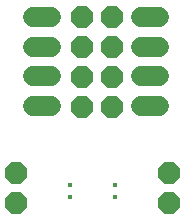
<source format=gts>
G75*
%MOIN*%
%OFA0B0*%
%FSLAX25Y25*%
%IPPOS*%
%LPD*%
%AMOC8*
5,1,8,0,0,1.08239X$1,22.5*
%
%ADD10OC8,0.07400*%
%ADD11R,0.01378X0.01476*%
%ADD12C,0.06800*%
%ADD13R,0.04762X0.04762*%
D10*
X0047000Y0012000D03*
X0047000Y0022000D03*
X0069000Y0044000D03*
X0079000Y0044000D03*
X0079000Y0054000D03*
X0069000Y0054000D03*
X0069000Y0064000D03*
X0079000Y0064000D03*
X0079000Y0074000D03*
X0069000Y0074000D03*
X0098000Y0022000D03*
X0098000Y0012000D03*
D11*
X0080000Y0013982D03*
X0080000Y0018018D03*
X0065000Y0018018D03*
X0065000Y0013982D03*
D12*
X0058606Y0044236D02*
X0052606Y0044236D01*
X0052606Y0054079D02*
X0058606Y0054079D01*
X0058606Y0063921D02*
X0052606Y0063921D01*
X0052606Y0073764D02*
X0058606Y0073764D01*
X0088394Y0073764D02*
X0094394Y0073764D01*
X0094394Y0063921D02*
X0088394Y0063921D01*
X0088394Y0054079D02*
X0094394Y0054079D01*
X0094394Y0044236D02*
X0088394Y0044236D01*
D13*
X0091472Y0054000D03*
M02*

</source>
